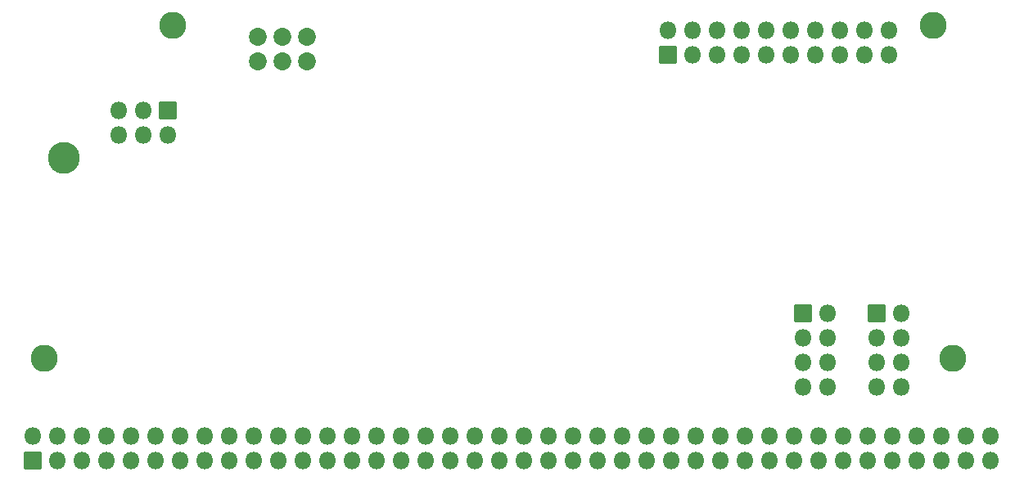
<source format=gbr>
%TF.GenerationSoftware,KiCad,Pcbnew,8.0.4*%
%TF.CreationDate,2024-08-16T16:49:31-07:00*%
%TF.ProjectId,SEWER,53455745-522e-46b6-9963-61645f706362,0*%
%TF.SameCoordinates,Original*%
%TF.FileFunction,Soldermask,Bot*%
%TF.FilePolarity,Negative*%
%FSLAX46Y46*%
G04 Gerber Fmt 4.6, Leading zero omitted, Abs format (unit mm)*
G04 Created by KiCad (PCBNEW 8.0.4) date 2024-08-16 16:49:31*
%MOMM*%
%LPD*%
G01*
G04 APERTURE LIST*
G04 Aperture macros list*
%AMRoundRect*
0 Rectangle with rounded corners*
0 $1 Rounding radius*
0 $2 $3 $4 $5 $6 $7 $8 $9 X,Y pos of 4 corners*
0 Add a 4 corners polygon primitive as box body*
4,1,4,$2,$3,$4,$5,$6,$7,$8,$9,$2,$3,0*
0 Add four circle primitives for the rounded corners*
1,1,$1+$1,$2,$3*
1,1,$1+$1,$4,$5*
1,1,$1+$1,$6,$7*
1,1,$1+$1,$8,$9*
0 Add four rect primitives between the rounded corners*
20,1,$1+$1,$2,$3,$4,$5,0*
20,1,$1+$1,$4,$5,$6,$7,0*
20,1,$1+$1,$6,$7,$8,$9,0*
20,1,$1+$1,$8,$9,$2,$3,0*%
G04 Aperture macros list end*
%ADD10C,3.302000*%
%ADD11C,2.802000*%
%ADD12RoundRect,0.051000X-0.850000X0.850000X-0.850000X-0.850000X0.850000X-0.850000X0.850000X0.850000X0*%
%ADD13O,1.802000X1.802000*%
%ADD14RoundRect,0.051000X0.850000X-0.850000X0.850000X0.850000X-0.850000X0.850000X-0.850000X-0.850000X0*%
%ADD15RoundRect,0.051000X-0.850000X-0.850000X0.850000X-0.850000X0.850000X0.850000X-0.850000X0.850000X0*%
%ADD16C,1.854000*%
G04 APERTURE END LIST*
D10*
%TO.C,H1*%
X5024120Y33134300D03*
%TD*%
D11*
%TO.C,H3*%
X94886520Y46863000D03*
%TD*%
%TO.C,H4*%
X96918520Y12331700D03*
%TD*%
%TO.C,H5*%
X2992120Y12331700D03*
%TD*%
D12*
%TO.C,J204*%
X15702520Y37990700D03*
D13*
X15702520Y35450700D03*
X13162520Y37990700D03*
X13162520Y35450700D03*
X10622520Y37990700D03*
X10622520Y35450700D03*
%TD*%
D14*
%TO.C,J601*%
X67487720Y43765700D03*
D13*
X67487720Y46305700D03*
X70027720Y43765700D03*
X70027720Y46305700D03*
X72567720Y43765700D03*
X72567720Y46305700D03*
X75107720Y43765700D03*
X75107720Y46305700D03*
X77647720Y43765700D03*
X77647720Y46305700D03*
X80187720Y43765700D03*
X80187720Y46305700D03*
X82727720Y43765700D03*
X82727720Y46305700D03*
X85267720Y43765700D03*
X85267720Y46305700D03*
X87807720Y43765700D03*
X87807720Y46305700D03*
X90347720Y43765700D03*
X90347720Y46305700D03*
%TD*%
D11*
%TO.C,H2*%
X16276320Y46863000D03*
%TD*%
D15*
%TO.C,J203*%
X89067720Y17020700D03*
D13*
X91607720Y17020700D03*
X89067720Y14480700D03*
X91607720Y14480700D03*
X89067720Y11940700D03*
X91607720Y11940700D03*
X89067720Y9400700D03*
X91607720Y9400700D03*
%TD*%
D12*
%TO.C,J201*%
X1803400Y1752600D03*
D13*
X4343400Y1752600D03*
X6883400Y1752600D03*
X9423400Y1752600D03*
X11963400Y1752600D03*
X14503400Y1752600D03*
X17043400Y1752600D03*
X19583400Y1752600D03*
X22123400Y1752600D03*
X24663400Y1752600D03*
X27203400Y1752600D03*
X29743400Y1752600D03*
X32283400Y1752600D03*
X34823400Y1752600D03*
X37363400Y1752600D03*
X39903400Y1752600D03*
X42443400Y1752600D03*
X44983400Y1752600D03*
X47523400Y1752600D03*
X50063400Y1752600D03*
X52603400Y1752600D03*
X55143400Y1752600D03*
X57683400Y1752600D03*
X60223400Y1752600D03*
X62763400Y1752600D03*
X65303400Y1752600D03*
X67843400Y1752600D03*
X70383400Y1752600D03*
X72923400Y1752600D03*
X75463400Y1752600D03*
X78003400Y1752600D03*
X80543400Y1752600D03*
X83083400Y1752600D03*
X85623400Y1752600D03*
X88163400Y1752600D03*
X90703400Y1752600D03*
X93243400Y1752600D03*
X95783400Y1752600D03*
X98323400Y1752600D03*
X100863400Y1752600D03*
X1803400Y4292600D03*
X4343400Y4292600D03*
X6883400Y4292600D03*
X9423400Y4292600D03*
X11963400Y4292600D03*
X14503400Y4292600D03*
X17043400Y4292600D03*
X19583400Y4292600D03*
X22123400Y4292600D03*
X24663400Y4292600D03*
X27203400Y4292600D03*
X29743400Y4292600D03*
X32283400Y4292600D03*
X34823400Y4292600D03*
X37363400Y4292600D03*
X39903400Y4292600D03*
X42443400Y4292600D03*
X44983400Y4292600D03*
X47523400Y4292600D03*
X50063400Y4292600D03*
X52603400Y4292600D03*
X55143400Y4292600D03*
X57683400Y4292600D03*
X60223400Y4292600D03*
X62763400Y4292600D03*
X65303400Y4292600D03*
X67843400Y4292600D03*
X70383400Y4292600D03*
X72923400Y4292600D03*
X75463400Y4292600D03*
X78003400Y4292600D03*
X80543400Y4292600D03*
X83083400Y4292600D03*
X85623400Y4292600D03*
X88163400Y4292600D03*
X90703400Y4292600D03*
X93243400Y4292600D03*
X95783400Y4292600D03*
X98323400Y4292600D03*
X100863400Y4292600D03*
%TD*%
D15*
%TO.C,J202*%
X81442720Y17010700D03*
D13*
X83982720Y17010700D03*
X81442720Y14470700D03*
X83982720Y14470700D03*
X81442720Y11930700D03*
X83982720Y11930700D03*
X81442720Y9390700D03*
X83982720Y9390700D03*
%TD*%
D16*
%TO.C,J301*%
X25064720Y43065700D03*
X25064720Y45605700D03*
X27604720Y43065700D03*
X27604720Y45605700D03*
X30144720Y43065700D03*
X30144720Y45605700D03*
%TD*%
M02*

</source>
